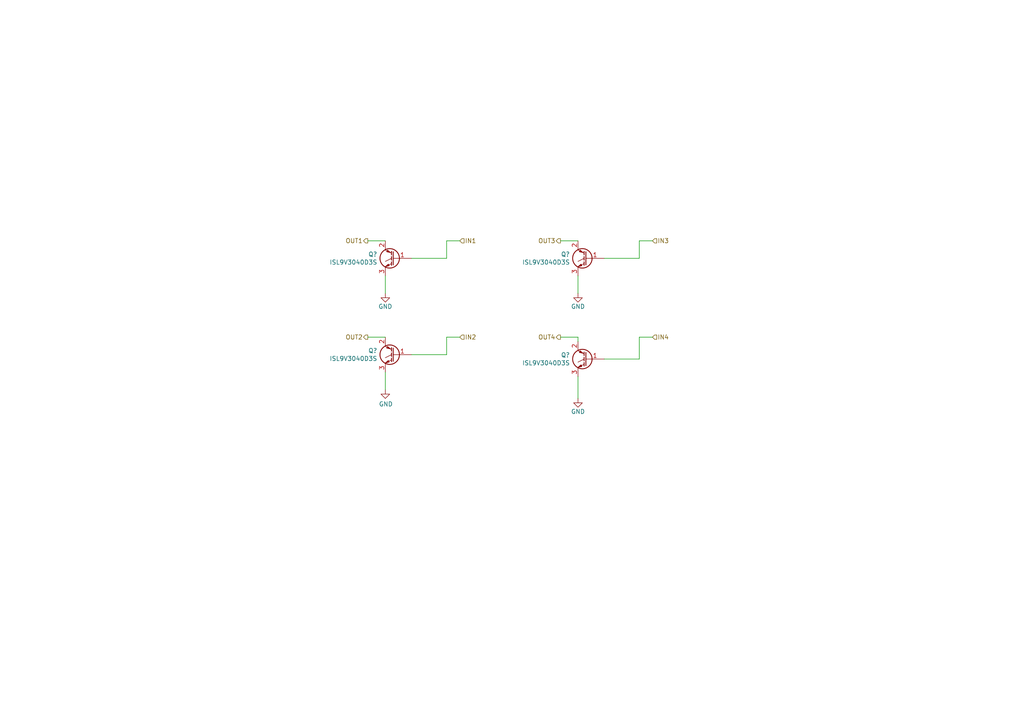
<source format=kicad_sch>
(kicad_sch (version 20230121) (generator eeschema)
  (paper "A4")
  (lib_symbols
    (symbol "Device:Q_NIGBT_GCE" (pin_names (offset 0) hide)
      (property "Reference" "Q" (at 5.08 1.27 0))
      (property "Value" "Q_NIGBT_GCE" (at 5.08 -1.27 0))
      (symbol "Q_NIGBT_GCE_0_1"
        (polyline (pts (xy 0.762 -1.016) (xy 0.762 -2.032)) (stroke (width 0.254)))
        (polyline (pts (xy 0.762 0.508) (xy 0.762 -0.508)) (stroke (width 0.254)))
        (polyline (pts (xy 0.762 2.032) (xy 0.762 1.016)) (stroke (width 0.254)))
        (polyline (pts (xy 2.54 -2.413) (xy 0.762 -1.524)))
        (polyline (pts (xy 2.54 -0.889) (xy 0.762 0)))
        (polyline (pts (xy 2.54 2.413) (xy 0.762 1.524)))
        (polyline (pts (xy 0.254 1.905) (xy 0.254 -1.905) (xy 0.254 -1.905)) (stroke (width 0.254)))
        (polyline (pts (xy 1.397 -2.159) (xy 1.651 -1.651) (xy 2.54 -2.413) (xy 1.397 -2.159)) (fill (type outline)))
        (polyline (pts (xy 2.159 1.905) (xy 1.905 2.413) (xy 1.016 1.651) (xy 2.159 1.905)) (fill (type outline)))
        (circle (center 1.27 0) (radius 2.8194) (stroke (width 0.254)))
      )
      (symbol "Q_NIGBT_GCE_1_1"
        (pin input line (at -5.08 0 0) (length 5.334) (name "G") (number "1"))
        (pin passive line (at 2.54 5.08 270) (length 2.54) (name "C") (number "2"))
        (pin passive line (at 2.54 -5.08 90) (length 2.54) (name "E") (number "3"))
      )
    )
    (symbol "power:GND" (power) (pin_names (offset 0))
      (property "Value" "GND" (at 0 -3.81 0))
      (symbol "GND_0_1"
        (polyline (pts (xy 0 0) (xy 0 -1.27) (xy 1.27 -1.27) (xy 0 -2.54) (xy -1.27 -1.27) (xy 0 -1.27)))
      )
      (symbol "GND_1_1"
        (pin power_in line (at 0 0 270) (length 0) hide (name "GND") (number "1"))
      )
    )
  )
  (wire (pts (xy 111.76 107.95) (xy 111.76 113.03)))
  (wire (pts (xy 129.54 102.87) (xy 129.54 97.79)))
  (wire (pts (xy 129.54 97.79) (xy 133.35 97.79)))
  (wire (pts (xy 129.54 74.93) (xy 129.54 69.85)))
  (wire (pts (xy 119.38 102.87) (xy 129.54 102.87)))
  (wire (pts (xy 185.42 97.79) (xy 189.23 97.79)))
  (wire (pts (xy 185.42 74.93) (xy 185.42 69.85)))
  (wire (pts (xy 111.76 80.01) (xy 111.76 85.09)))
  (wire (pts (xy 162.56 97.79) (xy 167.64 97.79)))
  (wire (pts (xy 175.26 74.93) (xy 185.42 74.93)))
  (wire (pts (xy 167.64 99.06) (xy 167.64 97.79)))
  (wire (pts (xy 129.54 69.85) (xy 133.35 69.85)))
  (wire (pts (xy 185.42 104.14) (xy 185.42 97.79)))
  (wire (pts (xy 106.68 97.79) (xy 111.76 97.79)))
  (wire (pts (xy 106.68 69.85) (xy 111.76 69.85)))
  (wire (pts (xy 119.38 74.93) (xy 129.54 74.93)))
  (wire (pts (xy 175.26 104.14) (xy 185.42 104.14)))
  (wire (pts (xy 162.56 69.85) (xy 167.64 69.85)))
  (wire (pts (xy 167.64 109.22) (xy 167.64 115.57)))
  (wire (pts (xy 185.42 69.85) (xy 189.23 69.85)))
  (wire (pts (xy 167.64 80.01) (xy 167.64 85.09)))
  (hierarchical_label "OUT4" (shape output) (at 162.56 97.79 180))
  (hierarchical_label "OUT3" (shape output) (at 162.56 69.85 180))
  (hierarchical_label "IN4" (shape input) (at 189.23 97.79 0))
  (hierarchical_label "OUT2" (shape output) (at 106.68 97.79 180))
  (hierarchical_label "IN2" (shape input) (at 133.35 97.79 0))
  (hierarchical_label "IN3" (shape input) (at 189.23 69.85 0))
  (hierarchical_label "OUT1" (shape output) (at 106.68 69.85 180))
  (hierarchical_label "IN1" (shape input) (at 133.35 69.85 0))
  (symbol (lib_id "Device:Q_NIGBT_GCE") (at 170.18 74.93 0) (mirror y) (unit 1)
    (property "Reference" "Q?" (at 165.3286 73.7616 0) (effects (justify left)))
    (property "Value" "ISL9V3040D3S" (at 165.3286 76.073 0) (effects (justify left)))
    (property "Footprint" "Package_TO_SOT_SMD:TO-252-2" (effects hide))
    (property "LCSC" "C462128" (effects hide))
    (instances (project "hellen-hyundai-pb-154" (path "" (reference "Q?") (unit 1)) (path "" (reference "Q?") (unit 1))) (project "DUMB_COILS4" (path "" (reference "Q?") (unit 1))) (project "hellen-112-17" (path "" (reference "Q3") (unit 1)) (path "" (reference "Q3") (unit 1))))
  )
  (symbol (lib_id "Device:Q_NIGBT_GCE") (at 114.3 102.87 0) (mirror y) (unit 1)
    (property "Reference" "Q?" (at 109.4486 101.7016 0) (effects (justify left)))
    (property "Value" "ISL9V3040D3S" (at 109.4486 104.013 0) (effects (justify left)))
    (property "Footprint" "Package_TO_SOT_SMD:TO-252-2" (effects hide))
    (property "LCSC" "C462128" (effects hide))
    (instances (project "hellen-hyundai-pb-154" (path "" (reference "Q?") (unit 1)) (path "" (reference "Q?") (unit 1))) (project "DUMB_COILS4" (path "" (reference "Q?") (unit 1))) (project "hellen-112-17" (path "" (reference "Q2") (unit 1)) (path "" (reference "Q2") (unit 1))))
  )
  (symbol (lib_id "power:GND") (at 167.64 85.09 0) (unit 1)
    (property "Reference" "#PWR?" (effects hide))
    (property "Value" "GND" (at 167.64 88.9 0))
    (instances (project "hellen-hyundai-pb-154" (path "" (reference "#PWR?") (unit 1)) (path "" (reference "#PWR?") (unit 1))) (project "DUMB_COILS4" (path "" (reference "#PWR?") (unit 1))) (project "hellen-112-17" (path "" (reference "#PWR020") (unit 1)) (path "" (reference "#PWR0176") (unit 1))))
  )
  (symbol (lib_id "power:GND") (at 111.76 113.03 0) (unit 1)
    (property "Reference" "#PWR?" (effects hide))
    (property "Value" "GND" (at 111.9094 117.201 0))
    (instances (project "hellen-hyundai-pb-154" (path "" (reference "#PWR?") (unit 1)) (path "" (reference "#PWR?") (unit 1))) (project "DUMB_COILS4" (path "" (reference "#PWR?") (unit 1))) (project "hellen-112-17" (path "" (reference "#PWR019") (unit 1)) (path "" (reference "#PWR0174") (unit 1))))
  )
  (symbol (lib_id "Device:Q_NIGBT_GCE") (at 114.3 74.93 0) (mirror y) (unit 1)
    (property "Reference" "Q?" (at 109.4486 73.7616 0) (effects (justify left)))
    (property "Value" "ISL9V3040D3S" (at 109.4486 76.073 0) (effects (justify left)))
    (property "Footprint" "Package_TO_SOT_SMD:TO-252-2" (effects hide))
    (property "LCSC" "C462128" (effects hide))
    (instances (project "hellen-hyundai-pb-154" (path "" (reference "Q?") (unit 1)) (path "" (reference "Q?") (unit 1))) (project "DUMB_COILS4" (path "" (reference "Q?") (unit 1))) (project "hellen-112-17" (path "" (reference "Q1") (unit 1)) (path "" (reference "Q1") (unit 1))))
  )
  (symbol (lib_id "power:GND") (at 111.76 85.09 0) (unit 1)
    (property "Reference" "#PWR?" (effects hide))
    (property "Value" "GND" (at 111.76 88.9 0))
    (instances (project "hellen-hyundai-pb-154" (path "" (reference "#PWR?") (unit 1)) (path "" (reference "#PWR?") (unit 1))) (project "DUMB_COILS4" (path "" (reference "#PWR?") (unit 1))) (project "hellen-112-17" (path "" (reference "#PWR018") (unit 1)) (path "" (reference "#PWR0173") (unit 1))))
  )
  (symbol (lib_id "Device:Q_NIGBT_GCE") (at 170.18 104.14 0) (mirror y) (unit 1)
    (property "Reference" "Q?" (at 165.3286 102.9716 0) (effects (justify left)))
    (property "Value" "ISL9V3040D3S" (at 165.3286 105.283 0) (effects (justify left)))
    (property "Footprint" "Package_TO_SOT_SMD:TO-252-2" (effects hide))
    (property "LCSC" "C462128" (effects hide))
    (instances (project "hellen-hyundai-pb-154" (path "" (reference "Q?") (unit 1)) (path "" (reference "Q?") (unit 1))) (project "DUMB_COILS4" (path "" (reference "Q?") (unit 1))) (project "hellen-112-17" (path "" (reference "Q4") (unit 1)) (path "" (reference "Q4") (unit 1))))
  )
  (symbol (lib_id "power:GND") (at 167.64 115.57 0) (unit 1)
    (property "Reference" "#PWR?" (effects hide))
    (property "Value" "GND" (at 167.64 119.38 0))
    (instances (project "hellen-hyundai-pb-154" (path "" (reference "#PWR?") (unit 1)) (path "" (reference "#PWR?") (unit 1))) (project "DUMB_COILS4" (path "" (reference "#PWR?") (unit 1))) (project "hellen-112-17" (path "" (reference "#PWR021") (unit 1)) (path "" (reference "#PWR0175") (unit 1))))
  )
)
</source>
